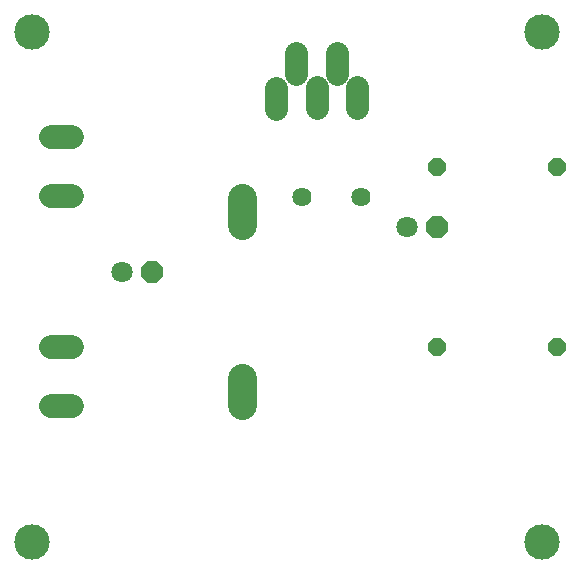
<source format=gbs>
G75*
%MOIN*%
%OFA0B0*%
%FSLAX25Y25*%
%IPPOS*%
%LPD*%
%AMOC8*
5,1,8,0,0,1.08239X$1,22.5*
%
%ADD10OC8,0.07100*%
%ADD11C,0.07100*%
%ADD12C,0.09650*%
%ADD13C,0.07800*%
%ADD14C,0.06400*%
%ADD15OC8,0.06000*%
%ADD16C,0.07850*%
%ADD17C,0.11824*%
D10*
X0058000Y0106000D03*
X0153000Y0121000D03*
D11*
X0143000Y0121000D03*
X0048000Y0106000D03*
D12*
X0088000Y0121575D02*
X0088000Y0130425D01*
X0088000Y0070425D02*
X0088000Y0061575D01*
D13*
X0099600Y0160300D02*
X0099600Y0167300D01*
X0106300Y0171800D02*
X0106300Y0178800D01*
X0113200Y0167400D02*
X0113200Y0160400D01*
X0126400Y0160400D02*
X0126400Y0167400D01*
X0119700Y0171900D02*
X0119700Y0178900D01*
D14*
X0127843Y0131000D03*
X0108157Y0131000D03*
D15*
X0153000Y0141000D03*
X0193000Y0141000D03*
X0193000Y0081000D03*
X0153000Y0081000D03*
D16*
X0031525Y0080843D02*
X0024475Y0080843D01*
X0024475Y0061157D02*
X0031525Y0061157D01*
X0031525Y0131157D02*
X0024475Y0131157D01*
X0024475Y0150843D02*
X0031525Y0150843D01*
D17*
X0018000Y0016000D03*
X0188000Y0016000D03*
X0188000Y0186000D03*
X0018000Y0186000D03*
M02*

</source>
